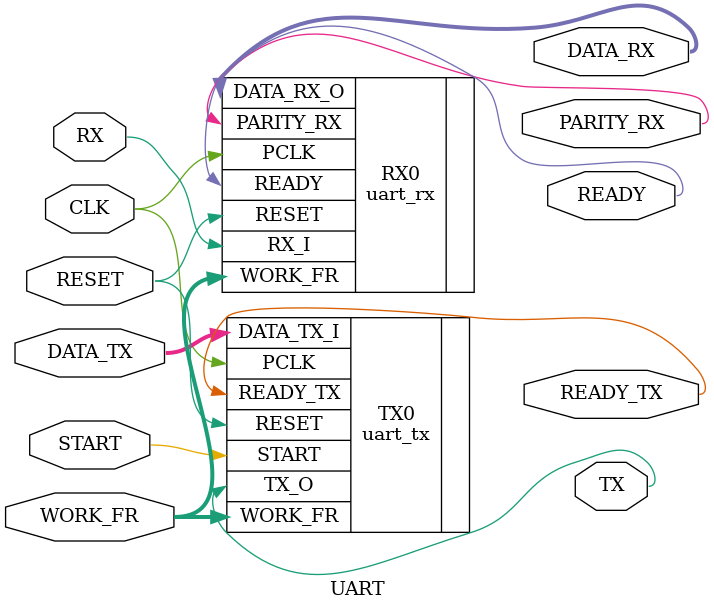
<source format=v>
/*
	Name:	Felipe Fernandes da Costa
	
*/

`timescale 1ns/1ns

module UART(

	   input CLK,
	   input RESET,
	   input RX,

	   input START,
	   input [7:0] DATA_TX,

	   input [11:0] WORK_FR,
		
	   output TX,
	   output [7:0] DATA_RX,
	   output PARITY_RX,
		
	   output READY_TX,
	   output READY
		
	  );


	uart_rx RX0 (
			.PCLK(CLK),
			.RESET(RESET),
			.RX_I(RX),
			.DATA_RX_O(DATA_RX),
			.WORK_FR(WORK_FR),
			.READY(READY),
			.PARITY_RX(PARITY_RX)
		      );


	uart_tx TX0 (
			.PCLK(CLK),
			.RESET(RESET),
			.START(START),
			.WORK_FR(WORK_FR),
			.DATA_TX_I(DATA_TX),
			.READY_TX(READY_TX),
			.TX_O(TX)
		    );

endmodule

</source>
